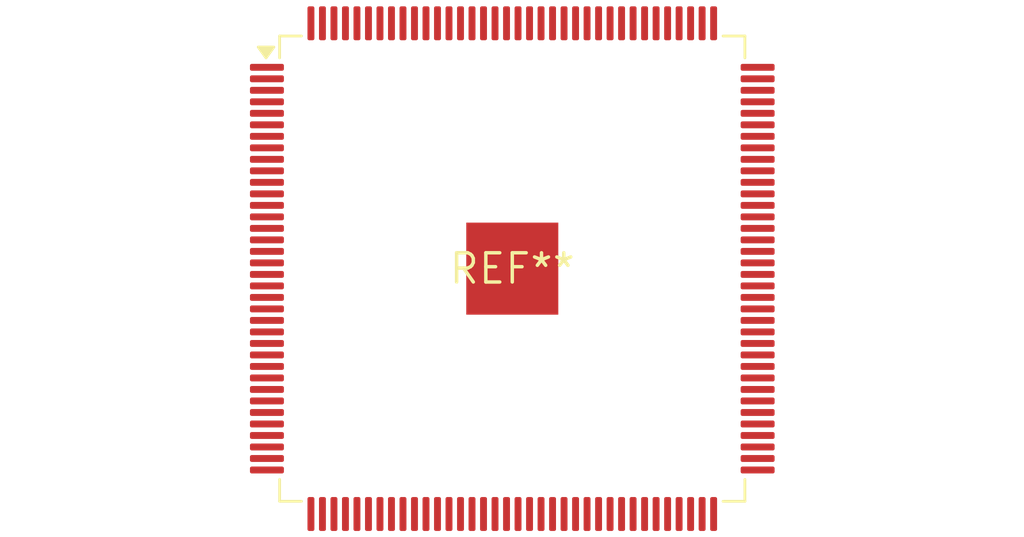
<source format=kicad_pcb>
(kicad_pcb (version 20240108) (generator pcbnew)
  (layers (0 "F.Cu" signal) (31 "B.Cu" signal) (34 "B.Paste" user) (35 "F.Paste" user) (36 "B.SilkS" user "B.Silkscreen") (37 "F.SilkS" user "F.Silkscreen") (38 "B.Mask" user) (39 "F.Mask" user) (44 "Edge.Cuts" user))
  (net 0 "")
  (footprint "EQFP-144-1EP_20x20mm_P0.5mm_EP4x4mm" (layer "F.Cu") (at 0 0)
    (property "Reference" "REF**")
    (property "Value" "EQFP-144-1EP_20x20mm_P0.5mm_EP4x4mm")
    (fp_line (start -10.11 -10.11) (end -10.11 -9.16) (layer "F.SilkS") (stroke (width 0.12)))
    (fp_line (start -10.11 10.11) (end -10.11 9.16) (layer "F.SilkS") (stroke (width 0.12)))
    (fp_line (start -9.16 -10.11) (end -10.11 -10.11) (layer "F.SilkS") (stroke (width 0.12)))
    (fp_line (start -9.16 10.11) (end -10.11 10.11) (layer "F.SilkS") (stroke (width 0.12)))
    (fp_line (start 9.16 -10.11) (end 10.11 -10.11) (layer "F.SilkS") (stroke (width 0.12)))
    (fp_line (start 9.16 10.11) (end 10.11 10.11) (layer "F.SilkS") (stroke (width 0.12)))
    (fp_line (start 10.11 -10.11) (end 10.11 -9.16) (layer "F.SilkS") (stroke (width 0.12)))
    (fp_line (start 10.11 10.11) (end 10.11 9.16) (layer "F.SilkS") (stroke (width 0.12)))
    (fp_poly (pts (xy -10.7 -9.16) (xy -11.04 -9.63) (xy -10.36 -9.63) (xy -10.7 -9.16)) (layer "F.SilkS") (stroke (width 0.12)) (fill solid))
    (pad "1" smd roundrect (at -10.6625 -8.75) (size 1.475 0.3) (layers "F.Cu" "F.Paste" "F.Mask"))
    (pad "2" smd roundrect (at -10.6625 -8.25) (size 1.475 0.3) (layers "F.Cu" "F.Paste" "F.Mask"))
    (pad "3" smd roundrect (at -10.6625 -7.75) (size 1.475 0.3) (layers "F.Cu" "F.Paste" "F.Mask"))
    (pad "4" smd roundrect (at -10.6625 -7.25) (size 1.475 0.3) (layers "F.Cu" "F.Paste" "F.Mask"))
    (pad "5" smd roundrect (at -10.6625 -6.75) (size 1.475 0.3) (layers "F.Cu" "F.Paste" "F.Mask"))
    (pad "6" smd roundrect (at -10.6625 -6.25) (size 1.475 0.3) (layers "F.Cu" "F.Paste" "F.Mask"))
    (pad "7" smd roundrect (at -10.6625 -5.75) (size 1.475 0.3) (layers "F.Cu" "F.Paste" "F.Mask"))
    (pad "8" smd roundrect (at -10.6625 -5.25) (size 1.475 0.3) (layers "F.Cu" "F.Paste" "F.Mask"))
    (pad "9" smd roundrect (at -10.6625 -4.75) (size 1.475 0.3) (layers "F.Cu" "F.Paste" "F.Mask"))
    (pad "10" smd roundrect (at -10.6625 -4.25) (size 1.475 0.3) (layers "F.Cu" "F.Paste" "F.Mask"))
    (pad "11" smd roundrect (at -10.6625 -3.75) (size 1.475 0.3) (layers "F.Cu" "F.Paste" "F.Mask"))
    (pad "12" smd roundrect (at -10.6625 -3.25) (size 1.475 0.3) (layers "F.Cu" "F.Paste" "F.Mask"))
    (pad "13" smd roundrect (at -10.6625 -2.75) (size 1.475 0.3) (layers "F.Cu" "F.Paste" "F.Mask"))
    (pad "14" smd roundrect (at -10.6625 -2.25) (size 1.475 0.3) (layers "F.Cu" "F.Paste" "F.Mask"))
    (pad "15" smd roundrect (at -10.6625 -1.75) (size 1.475 0.3) (layers "F.Cu" "F.Paste" "F.Mask"))
    (pad "16" smd roundrect (at -10.6625 -1.25) (size 1.475 0.3) (layers "F.Cu" "F.Paste" "F.Mask"))
    (pad "17" smd roundrect (at -10.6625 -0.75) (size 1.475 0.3) (layers "F.Cu" "F.Paste" "F.Mask"))
    (pad "18" smd roundrect (at -10.6625 -0.25) (size 1.475 0.3) (layers "F.Cu" "F.Paste" "F.Mask"))
    (pad "19" smd roundrect (at -10.6625 0.25) (size 1.475 0.3) (layers "F.Cu" "F.Paste" "F.Mask"))
    (pad "20" smd roundrect (at -10.6625 0.75) (size 1.475 0.3) (layers "F.Cu" "F.Paste" "F.Mask"))
    (pad "21" smd roundrect (at -10.6625 1.25) (size 1.475 0.3) (layers "F.Cu" "F.Paste" "F.Mask"))
    (pad "22" smd roundrect (at -10.6625 1.75) (size 1.475 0.3) (layers "F.Cu" "F.Paste" "F.Mask"))
    (pad "23" smd roundrect (at -10.6625 2.25) (size 1.475 0.3) (layers "F.Cu" "F.Paste" "F.Mask"))
    (pad "24" smd roundrect (at -10.6625 2.75) (size 1.475 0.3) (layers "F.Cu" "F.Paste" "F.Mask"))
    (pad "25" smd roundrect (at -10.6625 3.25) (size 1.475 0.3) (layers "F.Cu" "F.Paste" "F.Mask"))
    (pad "26" smd roundrect (at -10.6625 3.75) (size 1.475 0.3) (layers "F.Cu" "F.Paste" "F.Mask"))
    (pad "27" smd roundrect (at -10.6625 4.25) (size 1.475 0.3) (layers "F.Cu" "F.Paste" "F.Mask"))
    (pad "28" smd roundrect (at -10.6625 4.75) (size 1.475 0.3) (layers "F.Cu" "F.Paste" "F.Mask"))
    (pad "29" smd roundrect (at -10.6625 5.25) (size 1.475 0.3) (layers "F.Cu" "F.Paste" "F.Mask"))
    (pad "30" smd roundrect (at -10.6625 5.75) (size 1.475 0.3) (layers "F.Cu" "F.Paste" "F.Mask"))
    (pad "31" smd roundrect (at -10.6625 6.25) (size 1.475 0.3) (layers "F.Cu" "F.Paste" "F.Mask"))
    (pad "32" smd roundrect (at -10.6625 6.75) (size 1.475 0.3) (layers "F.Cu" "F.Paste" "F.Mask"))
    (pad "33" smd roundrect (at -10.6625 7.25) (size 1.475 0.3) (layers "F.Cu" "F.Paste" "F.Mask"))
    (pad "34" smd roundrect (at -10.6625 7.75) (size 1.475 0.3) (layers "F.Cu" "F.Paste" "F.Mask"))
    (pad "35" smd roundrect (at -10.6625 8.25) (size 1.475 0.3) (layers "F.Cu" "F.Paste" "F.Mask"))
    (pad "36" smd roundrect (at -10.6625 8.75) (size 1.475 0.3) (layers "F.Cu" "F.Paste" "F.Mask"))
    (pad "37" smd roundrect (at -8.75 10.6625) (size 0.3 1.475) (layers "F.Cu" "F.Paste" "F.Mask"))
    (pad "38" smd roundrect (at -8.25 10.6625) (size 0.3 1.475) (layers "F.Cu" "F.Paste" "F.Mask"))
    (pad "39" smd roundrect (at -7.75 10.6625) (size 0.3 1.475) (layers "F.Cu" "F.Paste" "F.Mask"))
    (pad "40" smd roundrect (at -7.25 10.6625) (size 0.3 1.475) (layers "F.Cu" "F.Paste" "F.Mask"))
    (pad "41" smd roundrect (at -6.75 10.6625) (size 0.3 1.475) (layers "F.Cu" "F.Paste" "F.Mask"))
    (pad "42" smd roundrect (at -6.25 10.6625) (size 0.3 1.475) (layers "F.Cu" "F.Paste" "F.Mask"))
    (pad "43" smd roundrect (at -5.75 10.6625) (size 0.3 1.475) (layers "F.Cu" "F.Paste" "F.Mask"))
    (pad "44" smd roundrect (at -5.25 10.6625) (size 0.3 1.475) (layers "F.Cu" "F.Paste" "F.Mask"))
    (pad "45" smd roundrect (at -4.75 10.6625) (size 0.3 1.475) (layers "F.Cu" "F.Paste" "F.Mask"))
    (pad "46" smd roundrect (at -4.25 10.6625) (size 0.3 1.475) (layers "F.Cu" "F.Paste" "F.Mask"))
    (pad "47" smd roundrect (at -3.75 10.6625) (size 0.3 1.475) (layers "F.Cu" "F.Paste" "F.Mask"))
    (pad "48" smd roundrect (at -3.25 10.6625) (size 0.3 1.475) (layers "F.Cu" "F.Paste" "F.Mask"))
    (pad "49" smd roundrect (at -2.75 10.6625) (size 0.3 1.475) (layers "F.Cu" "F.Paste" "F.Mask"))
    (pad "50" smd roundrect (at -2.25 10.6625) (size 0.3 1.475) (layers "F.Cu" "F.Paste" "F.Mask"))
    (pad "51" smd roundrect (at -1.75 10.6625) (size 0.3 1.475) (layers "F.Cu" "F.Paste" "F.Mask"))
    (pad "52" smd roundrect (at -1.25 10.6625) (size 0.3 1.475) (layers "F.Cu" "F.Paste" "F.Mask"))
    (pad "53" smd roundrect (at -0.75 10.6625) (size 0.3 1.475) (layers "F.Cu" "F.Paste" "F.Mask"))
    (pad "54" smd roundrect (at -0.25 10.6625) (size 0.3 1.475) (layers "F.Cu" "F.Paste" "F.Mask"))
    (pad "55" smd roundrect (at 0.25 10.6625) (size 0.3 1.475) (layers "F.Cu" "F.Paste" "F.Mask"))
    (pad "56" smd roundrect (at 0.75 10.6625) (size 0.3 1.475) (layers "F.Cu" "F.Paste" "F.Mask"))
    (pad "57" smd roundrect (at 1.25 10.6625) (size 0.3 1.475) (layers "F.Cu" "F.Paste" "F.Mask"))
    (pad "58" smd roundrect (at 1.75 10.6625) (size 0.3 1.475) (layers "F.Cu" "F.Paste" "F.Mask"))
    (pad "59" smd roundrect (at 2.25 10.6625) (size 0.3 1.475) (layers "F.Cu" "F.Paste" "F.Mask"))
    (pad "60" smd roundrect (at 2.75 10.6625) (size 0.3 1.475) (layers "F.Cu" "F.Paste" "F.Mask"))
    (pad "61" smd roundrect (at 3.25 10.6625) (size 0.3 1.475) (layers "F.Cu" "F.Paste" "F.Mask"))
    (pad "62" smd roundrect (at 3.75 10.6625) (size 0.3 1.475) (layers "F.Cu" "F.Paste" "F.Mask"))
    (pad "63" smd roundrect (at 4.25 10.6625) (size 0.3 1.475) (layers "F.Cu" "F.Paste" "F.Mask"))
    (pad "64" smd roundrect (at 4.75 10.6625) (size 0.3 1.475) (layers "F.Cu" "F.Paste" "F.Mask"))
    (pad "65" smd roundrect (at 5.25 10.6625) (size 0.3 1.475) (layers "F.Cu" "F.Paste" "F.Mask"))
    (pad "66" smd roundrect (at 5.75 10.6625) (size 0.3 1.475) (layers "F.Cu" "F.Paste" "F.Mask"))
    (pad "67" smd roundrect (at 6.25 10.6625) (size 0.3 1.475) (layers "F.Cu" "F.Paste" "F.Mask"))
    (pad "68" smd roundrect (at 6.75 10.6625) (size 0.3 1.475) (layers "F.Cu" "F.Paste" "F.Mask"))
    (pad "69" smd roundrect (at 7.25 10.6625) (size 0.3 1.475) (layers "F.Cu" "F.Paste" "F.Mask"))
    (pad "70" smd roundrect (at 7.75 10.6625) (size 0.3 1.475) (layers "F.Cu" "F.Paste" "F.Mask"))
    (pad "71" smd roundrect (at 8.25 10.6625) (size 0.3 1.475) (layers "F.Cu" "F.Paste" "F.Mask"))
    (pad "72" smd roundrect (at 8.75 10.6625) (size 0.3 1.475) (layers "F.Cu" "F.Paste" "F.Mask"))
    (pad "73" smd roundrect (at 10.6625 8.75) (size 1.475 0.3) (layers "F.Cu" "F.Paste" "F.Mask"))
    (pad "74" smd roundrect (at 10.6625 8.25) (size 1.475 0.3) (layers "F.Cu" "F.Paste" "F.Mask"))
    (pad "75" smd roundrect (at 10.6625 7.75) (size 1.475 0.3) (layers "F.Cu" "F.Paste" "F.Mask"))
    (pad "76" smd roundrect (at 10.6625 7.25) (size 1.475 0.3) (layers "F.Cu" "F.Paste" "F.Mask"))
    (pad "77" smd roundrect (at 10.6625 6.75) (size 1.475 0.3) (layers "F.Cu" "F.Paste" "F.Mask"))
    (pad "78" smd roundrect (at 10.6625 6.25) (size 1.475 0.3) (layers "F.Cu" "F.Paste" "F.Mask"))
    (pad "79" smd roundrect (at 10.6625 5.75) (size 1.475 0.3) (layers "F.Cu" "F.Paste" "F.Mask"))
    (pad "80" smd roundrect (at 10.6625 5.25) (size 1.475 0.3) (layers "F.Cu" "F.Paste" "F.Mask"))
    (pad "81" smd roundrect (at 10.6625 4.75) (size 1.475 0.3) (layers "F.Cu" "F.Paste" "F.Mask"))
    (pad "82" smd roundrect (at 10.6625 4.25) (size 1.475 0.3) (layers "F.Cu" "F.Paste" "F.Mask"))
    (pad "83" smd roundrect (at 10.6625 3.75) (size 1.475 0.3) (layers "F.Cu" "F.Paste" "F.Mask"))
    (pad "84" smd roundrect (at 10.6625 3.25) (size 1.475 0.3) (layers "F.Cu" "F.Paste" "F.Mask"))
    (pad "85" smd roundrect (at 10.6625 2.75) (size 1.475 0.3) (layers "F.Cu" "F.Paste" "F.Mask"))
    (pad "86" smd roundrect (at 10.6625 2.25) (size 1.475 0.3) (layers "F.Cu" "F.Paste" "F.Mask"))
    (pad "87" smd roundrect (at 10.6625 1.75) (size 1.475 0.3) (layers "F.Cu" "F.Paste" "F.Mask"))
    (pad "88" smd roundrect (at 10.6625 1.25) (size 1.475 0.3) (layers "F.Cu" "F.Paste" "F.Mask"))
    (pad "89" smd roundrect (at 10.6625 0.75) (size 1.475 0.3) (layers "F.Cu" "F.Paste" "F.Mask"))
    (pad "90" smd roundrect (at 10.6625 0.25) (size 1.475 0.3) (layers "F.Cu" "F.Paste" "F.Mask"))
    (pad "91" smd roundrect (at 10.6625 -0.25) (size 1.475 0.3) (layers "F.Cu" "F.Paste" "F.Mask"))
    (pad "92" smd roundrect (at 10.6625 -0.75) (size 1.475 0.3) (layers "F.Cu" "F.Paste" "F.Mask"))
    (pad "93" smd roundrect (at 10.6625 -1.25) (size 1.475 0.3) (layers "F.Cu" "F.Paste" "F.Mask"))
    (pad "94" smd roundrect (at 10.6625 -1.75) (size 1.475 0.3) (layers "F.Cu" "F.Paste" "F.Mask"))
    (pad "95" smd roundrect (at 10.6625 -2.25) (size 1.475 0.3) (layers "F.Cu" "F.Paste" "F.Mask"))
    (pad "96" smd roundrect (at 10.6625 -2.75) (size 1.475 0.3) (layers "F.Cu" "F.Paste" "F.Mask"))
    (pad "97" smd roundrect (at 10.6625 -3.25) (size 1.475 0.3) (layers "F.Cu" "F.Paste" "F.Mask"))
    (pad "98" smd roundrect (at 10.6625 -3.75) (size 1.475 0.3) (layers "F.Cu" "F.Paste" "F.Mask"))
    (pad "99" smd roundrect (at 10.6625 -4.25) (size 1.475 0.3) (layers "F.Cu" "F.Paste" "F.Mask"))
    (pad "100" smd roundrect (at 10.6625 -4.75) (size 1.475 0.3) (layers "F.Cu" "F.Paste" "F.Mask"))
    (pad "101" smd roundrect (at 10.6625 -5.25) (size 1.475 0.3) (layers "F.Cu" "F.Paste" "F.Mask"))
    (pad "102" smd roundrect (at 10.6625 -5.75) (size 1.475 0.3) (layers "F.Cu" "F.Paste" "F.Mask"))
    (pad "103" smd roundrect (at 10.6625 -6.25) (size 1.475 0.3) (layers "F.Cu" "F.Paste" "F.Mask"))
    (pad "104" smd roundrect (at 10.6625 -6.75) (size 1.475 0.3) (layers "F.Cu" "F.Paste" "F.Mask"))
    (pad "105" smd roundrect (at 10.6625 -7.25) (size 1.475 0.3) (layers "F.Cu" "F.Paste" "F.Mask"))
    (pad "106" smd roundrect (at 10.6625 -7.75) (size 1.475 0.3) (layers "F.Cu" "F.Paste" "F.Mask"))
    (pad "107" smd roundrect (at 10.6625 -8.25) (size 1.475 0.3) (layers "F.Cu" "F.Paste" "F.Mask"))
    (pad "108" smd roundrect (at 10.6625 -8.75) (size 1.475 0.3) (layers "F.Cu" "F.Paste" "F.Mask"))
    (pad "109" smd roundrect (at 8.75 -10.6625) (size 0.3 1.475) (layers "F.Cu" "F.Paste" "F.Mask"))
    (pad "110" smd roundrect (at 8.25 -10.6625) (size 0.3 1.475) (layers "F.Cu" "F.Paste" "F.Mask"))
    (pad "111" smd roundrect (at 7.75 -10.6625) (size 0.3 1.475) (layers "F.Cu" "F.Paste" "F.Mask"))
    (pad "112" smd roundrect (at 7.25 -10.6625) (size 0.3 1.475) (layers "F.Cu" "F.Paste" "F.Mask"))
    (pad "113" smd roundrect (at 6.75 -10.6625) (size 0.3 1.475) (layers "F.Cu" "F.Paste" "F.Mask"))
    (pad "114" smd roundrect (at 6.25 -10.6625) (size 0.3 1.475) (layers "F.Cu" "F.Paste" "F.Mask"))
    (pad "115" smd roundrect (at 5.75 -10.6625) (size 0.3 1.475) (layers "F.Cu" "F.Paste" "F.Mask"))
    (pad "116" smd roundrect (at 5.25 -10.6625) (size 0.3 1.475) (layers "F.Cu" "F.Paste" "F.Mask"))
    (pad "117" smd roundrect (at 4.75 -10.6625) (size 0.3 1.475) (layers "F.Cu" "F.Paste" "F.Mask"))
    (pad "118" smd roundrect (at 4.25 -10.6625) (size 0.3 1.475) (layers "F.Cu" "F.Paste" "F.Mask"))
    (pad "119" smd roundrect (at 3.75 -10.6625) (size 0.3 1.475) (layers "F.Cu" "F.Paste" "F.Mask"))
    (pad "120" smd roundrect (at 3.25 -10.6625) (size 0.3 1.475) (layers "F.Cu" "F.Paste" "F.Mask"))
    (pad "121" smd roundrect (at 2.75 -10.6625) (size 0.3 1.475) (layers "F.Cu" "F.Paste" "F.Mask"))
    (pad "122" smd roundrect (at 2.25 -10.6625) (size 0.3 1.475) (layers "F.Cu" "F.Paste" "F.Mask"))
    (pad "123" smd roundrect (at 1.75 -10.6625) (size 0.3 1.475) (layers "F.Cu" "F.Paste" "F.Mask"))
    (pad "124" smd roundrect (at 1.25 -10.6625) (size 0.3 1.475) (layers "F.Cu" "F.Paste" "F.Mask"))
    (pad "125" smd roundrect (at 0.75 -10.6625) (size 0.3 1.475) (layers "F.Cu" "F.Paste" "F.Mask"))
    (pad "126" smd roundrect (at 0.25 -10.6625) (size 0.3 1.475) (layers "F.Cu" "F.Paste" "F.Mask"))
    (pad "127" smd roundrect (at -0.25 -10.6625) (size 0.3 1.475) (layers "F.Cu" "F.Paste" "F.Mask"))
    (pad "128" smd roundrect (at -0.75 -10.6625) (size 0.3 1.475) (layers "F.Cu" "F.Paste" "F.Mask"))
    (pad "129" smd roundrect (at -1.25 -10.6625) (size 0.3 1.475) (layers "F.Cu" "F.Paste" "F.Mask"))
    (pad "130" smd roundrect (at -1.75 -10.6625) (size 0.3 1.475) (layers "F.Cu" "F.Paste" "F.Mask"))
    (pad "131" smd roundrect (at -2.25 -10.6625) (size 0.3 1.475) (layers "F.Cu" "F.Paste" "F.Mask"))
    (pad "132" smd roundrect (at -2.75 -10.6625) (size 0.3 1.475) (layers "F.Cu" "F.Paste" "F.Mask"))
    (pad "133" smd roundrect (at -3.25 -10.6625) (size 0.3 1.475) (layers "F.Cu" "F.Paste" "F.Mask"))
    (pad "134" smd roundrect (at -3.75 -10.6625) (size 0.3 1.475) (layers "F.Cu" "F.Paste" "F.Mask"))
    (pad "135" smd roundrect (at -4.25 -10.6625) (size 0.3 1.475) (layers "F.Cu" "F.Paste" "F.Mask"))
    (pad "136" smd roundrect (at -4.75 -10.6625) (size 0.3 1.475) (layers "F.Cu" "F.Paste" "F.Mask"))
    (pad "137" smd roundrect (at -5.25 -10.6625) (size 0.3 1.475) (layers "F.Cu" "F.Paste" "F.Mask"))
    (pad "138" smd roundrect (at -5.75 -10.6625) (size 0.3 1.475) (layers "F.Cu" "F.Paste" "F.Mask"))
    (pad "139" smd roundrect (at -6.25 -10.6625) (size 0.3 1.475) (layers "F.Cu" "F.Paste" "F.Mask"))
    (pad "140" smd roundrect (at -6.75 -10.6625) (size 0.3 1.475) (layers "F.Cu" "F.Paste" "F.Mask"))
    (pad "141" smd roundrect (at -7.25 -10.6625) (size 0.3 1.475) (layers "F.Cu" "F.Paste" "F.Mask"))
    (pad "142" smd roundrect (at -7.75 -10.6625) (size 0.3 1.475) (layers "F.Cu" "F.Paste" "F.Mask"))
    (pad "143" smd roundrect (at -8.25 -10.6625) (size 0.3 1.475) (layers "F.Cu" "F.Paste" "F.Mask"))
    (pad "144" smd roundrect (at -8.75 -10.6625) (size 0.3 1.475) (layers "F.Cu" "F.Paste" "F.Mask"))
    (pad "145" smd rect (at 0 0) (size 4 4) (property pad_prop_heatsink) (layers "F.Cu" "F.Mask"))
  )
)
</source>
